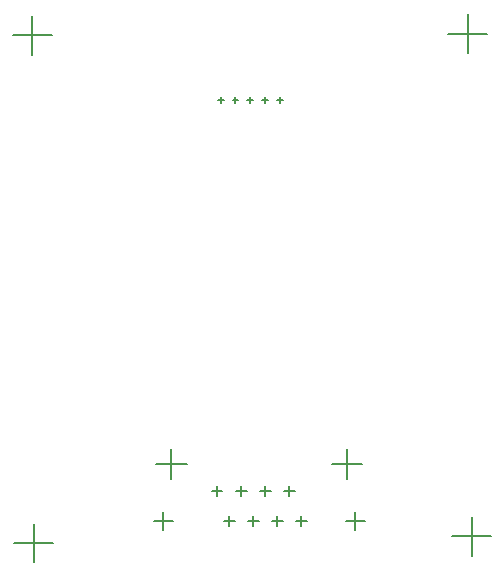
<source format=gbr>
%TF.GenerationSoftware,Altium Limited,Altium Designer,18.0.12 (696)*%
G04 Layer_Color=128*
%FSLAX26Y26*%
%MOIN*%
%TF.FileFunction,Drillmap*%
%TF.Part,Single*%
G01*
G75*
%TA.AperFunction,NonConductor*%
%ADD35C,0.005000*%
D35*
X1137400Y1186220D02*
X1267320D01*
X1202360Y1121260D02*
Y1251180D01*
X2597720Y1208230D02*
X2727640D01*
X2662680Y1143270D02*
Y1273190D01*
X1132430Y2878000D02*
X1262350D01*
X1197390Y2813040D02*
Y2942960D01*
X2583720Y2884370D02*
X2713640D01*
X2648680Y2819410D02*
Y2949330D01*
X2197045Y1450000D02*
X2297435D01*
X2247240Y1399805D02*
Y1500195D01*
X1611225Y1450000D02*
X1711615D01*
X1661420Y1399805D02*
Y1500195D01*
X2242715Y1259450D02*
X2305705D01*
X2274210Y1227955D02*
Y1290945D01*
X1602955Y1259450D02*
X1665945D01*
X1634450Y1227955D02*
Y1290945D01*
X2077165Y1259450D02*
X2112595D01*
X2094880Y1241735D02*
Y1277165D01*
X2037005Y1359450D02*
X2072435D01*
X2054720Y1341735D02*
Y1377165D01*
X1996855Y1259450D02*
X2032285D01*
X2014570Y1241735D02*
Y1277165D01*
X1956695Y1359450D02*
X1992125D01*
X1974410Y1341735D02*
Y1377165D01*
X1916535Y1259450D02*
X1951965D01*
X1934250Y1241735D02*
Y1277165D01*
X1876375Y1359450D02*
X1911805D01*
X1894090Y1341735D02*
Y1377165D01*
X1836225Y1259450D02*
X1871655D01*
X1853940Y1241735D02*
Y1277165D01*
X1796065Y1359450D02*
X1831495D01*
X1813780Y1341735D02*
Y1377165D01*
X1815685Y2661500D02*
X1835375D01*
X1825530Y2651655D02*
Y2671345D01*
X1864905Y2661500D02*
X1884595D01*
X1874750Y2651655D02*
Y2671345D01*
X1914115Y2661500D02*
X1933805D01*
X1923960Y2651655D02*
Y2671345D01*
X1963325Y2661500D02*
X1983015D01*
X1973170Y2651655D02*
Y2671345D01*
X2012545Y2661500D02*
X2032235D01*
X2022390Y2651655D02*
Y2671345D01*
%TF.MD5,5e799775a1731a3d8fec3e39c811ebe2*%
M02*

</source>
